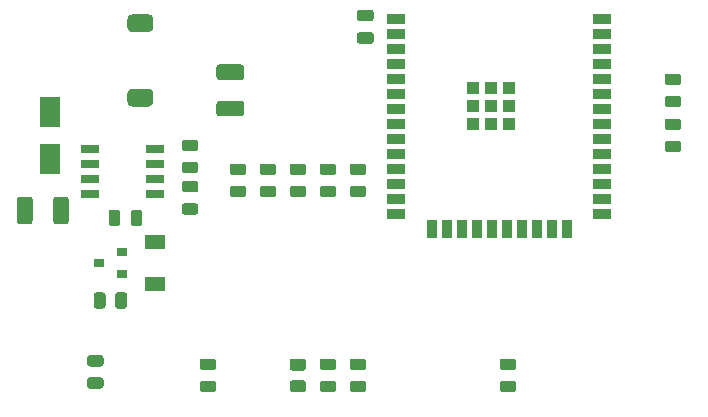
<source format=gbr>
%TF.GenerationSoftware,KiCad,Pcbnew,(5.1.9)-1*%
%TF.CreationDate,2021-11-10T21:17:52+01:00*%
%TF.ProjectId,ESP32_Tasmota_Fan,45535033-325f-4546-9173-6d6f74615f46,rev?*%
%TF.SameCoordinates,Original*%
%TF.FileFunction,Paste,Top*%
%TF.FilePolarity,Positive*%
%FSLAX46Y46*%
G04 Gerber Fmt 4.6, Leading zero omitted, Abs format (unit mm)*
G04 Created by KiCad (PCBNEW (5.1.9)-1) date 2021-11-10 21:17:52*
%MOMM*%
%LPD*%
G01*
G04 APERTURE LIST*
%ADD10R,1.050000X1.050000*%
%ADD11R,1.500000X0.900000*%
%ADD12R,0.900000X1.500000*%
%ADD13R,0.900000X0.800000*%
%ADD14R,1.700000X1.300000*%
%ADD15R,1.550000X0.700000*%
%ADD16R,1.800000X2.500000*%
G04 APERTURE END LIST*
%TO.C,L1*%
G36*
G01*
X104230000Y-108505000D02*
X102780000Y-108505000D01*
G75*
G02*
X102405000Y-108130000I0J375000D01*
G01*
X102405000Y-107380000D01*
G75*
G02*
X102780000Y-107005000I375000J0D01*
G01*
X104230000Y-107005000D01*
G75*
G02*
X104605000Y-107380000I0J-375000D01*
G01*
X104605000Y-108130000D01*
G75*
G02*
X104230000Y-108505000I-375000J0D01*
G01*
G37*
G36*
G01*
X104230000Y-114805000D02*
X102780000Y-114805000D01*
G75*
G02*
X102405000Y-114430000I0J375000D01*
G01*
X102405000Y-113680000D01*
G75*
G02*
X102780000Y-113305000I375000J0D01*
G01*
X104230000Y-113305000D01*
G75*
G02*
X104605000Y-113680000I0J-375000D01*
G01*
X104605000Y-114430000D01*
G75*
G02*
X104230000Y-114805000I-375000J0D01*
G01*
G37*
%TD*%
%TO.C,C5*%
G36*
G01*
X123030000Y-107600000D02*
X122080000Y-107600000D01*
G75*
G02*
X121830000Y-107350000I0J250000D01*
G01*
X121830000Y-106850000D01*
G75*
G02*
X122080000Y-106600000I250000J0D01*
G01*
X123030000Y-106600000D01*
G75*
G02*
X123280000Y-106850000I0J-250000D01*
G01*
X123280000Y-107350000D01*
G75*
G02*
X123030000Y-107600000I-250000J0D01*
G01*
G37*
G36*
G01*
X123030000Y-109500000D02*
X122080000Y-109500000D01*
G75*
G02*
X121830000Y-109250000I0J250000D01*
G01*
X121830000Y-108750000D01*
G75*
G02*
X122080000Y-108500000I250000J0D01*
G01*
X123030000Y-108500000D01*
G75*
G02*
X123280000Y-108750000I0J-250000D01*
G01*
X123280000Y-109250000D01*
G75*
G02*
X123030000Y-109500000I-250000J0D01*
G01*
G37*
%TD*%
%TO.C,C4*%
G36*
G01*
X110199999Y-114320000D02*
X112050001Y-114320000D01*
G75*
G02*
X112300000Y-114569999I0J-249999D01*
G01*
X112300000Y-115395001D01*
G75*
G02*
X112050001Y-115645000I-249999J0D01*
G01*
X110199999Y-115645000D01*
G75*
G02*
X109950000Y-115395001I0J249999D01*
G01*
X109950000Y-114569999D01*
G75*
G02*
X110199999Y-114320000I249999J0D01*
G01*
G37*
G36*
G01*
X110199999Y-111245000D02*
X112050001Y-111245000D01*
G75*
G02*
X112300000Y-111494999I0J-249999D01*
G01*
X112300000Y-112320001D01*
G75*
G02*
X112050001Y-112570000I-249999J0D01*
G01*
X110199999Y-112570000D01*
G75*
G02*
X109950000Y-112320001I0J249999D01*
G01*
X109950000Y-111494999D01*
G75*
G02*
X110199999Y-111245000I249999J0D01*
G01*
G37*
%TD*%
%TO.C,C2*%
G36*
G01*
X94375000Y-122679999D02*
X94375000Y-124530001D01*
G75*
G02*
X94125001Y-124780000I-249999J0D01*
G01*
X93299999Y-124780000D01*
G75*
G02*
X93050000Y-124530001I0J249999D01*
G01*
X93050000Y-122679999D01*
G75*
G02*
X93299999Y-122430000I249999J0D01*
G01*
X94125001Y-122430000D01*
G75*
G02*
X94375000Y-122679999I0J-249999D01*
G01*
G37*
G36*
G01*
X97450000Y-122679999D02*
X97450000Y-124530001D01*
G75*
G02*
X97200001Y-124780000I-249999J0D01*
G01*
X96374999Y-124780000D01*
G75*
G02*
X96125000Y-124530001I0J249999D01*
G01*
X96125000Y-122679999D01*
G75*
G02*
X96374999Y-122430000I249999J0D01*
G01*
X97200001Y-122430000D01*
G75*
G02*
X97450000Y-122679999I0J-249999D01*
G01*
G37*
%TD*%
D10*
%TO.C,U1*%
X131675000Y-113230000D03*
X133200000Y-113230000D03*
X134725000Y-113230000D03*
X134725000Y-116280000D03*
X133200000Y-116280000D03*
X131675000Y-116280000D03*
X131675000Y-114755000D03*
X134725000Y-114755000D03*
X133200000Y-114755000D03*
D11*
X142630000Y-107415000D03*
X142630000Y-108685000D03*
X142630000Y-109955000D03*
X142630000Y-111225000D03*
X142630000Y-112495000D03*
X142630000Y-113765000D03*
X142630000Y-115035000D03*
X142630000Y-116305000D03*
X142630000Y-117575000D03*
X142630000Y-118845000D03*
X142630000Y-120115000D03*
X142630000Y-121385000D03*
X142630000Y-122655000D03*
X142630000Y-123925000D03*
D12*
X139590000Y-125175000D03*
X138320000Y-125175000D03*
X137050000Y-125175000D03*
X135780000Y-125175000D03*
X134510000Y-125175000D03*
X133240000Y-125175000D03*
X131970000Y-125175000D03*
X130700000Y-125175000D03*
X129430000Y-125175000D03*
X128160000Y-125175000D03*
D11*
X125130000Y-107415000D03*
X125130000Y-108685000D03*
X125130000Y-109955000D03*
X125130000Y-111225000D03*
X125130000Y-112495000D03*
X125130000Y-113765000D03*
X125130000Y-115035000D03*
X125130000Y-116305000D03*
X125130000Y-117575000D03*
X125130000Y-118845000D03*
X125130000Y-120115000D03*
X125130000Y-121385000D03*
X125130000Y-122655000D03*
X125130000Y-123925000D03*
%TD*%
%TO.C,R5*%
G36*
G01*
X111303750Y-121515000D02*
X112216250Y-121515000D01*
G75*
G02*
X112460000Y-121758750I0J-243750D01*
G01*
X112460000Y-122246250D01*
G75*
G02*
X112216250Y-122490000I-243750J0D01*
G01*
X111303750Y-122490000D01*
G75*
G02*
X111060000Y-122246250I0J243750D01*
G01*
X111060000Y-121758750D01*
G75*
G02*
X111303750Y-121515000I243750J0D01*
G01*
G37*
G36*
G01*
X111303750Y-119640000D02*
X112216250Y-119640000D01*
G75*
G02*
X112460000Y-119883750I0J-243750D01*
G01*
X112460000Y-120371250D01*
G75*
G02*
X112216250Y-120615000I-243750J0D01*
G01*
X111303750Y-120615000D01*
G75*
G02*
X111060000Y-120371250I0J243750D01*
G01*
X111060000Y-119883750D01*
G75*
G02*
X111303750Y-119640000I243750J0D01*
G01*
G37*
%TD*%
%TO.C,R12*%
G36*
G01*
X100565000Y-130774999D02*
X100565000Y-131675001D01*
G75*
G02*
X100315001Y-131925000I-249999J0D01*
G01*
X99789999Y-131925000D01*
G75*
G02*
X99540000Y-131675001I0J249999D01*
G01*
X99540000Y-130774999D01*
G75*
G02*
X99789999Y-130525000I249999J0D01*
G01*
X100315001Y-130525000D01*
G75*
G02*
X100565000Y-130774999I0J-249999D01*
G01*
G37*
G36*
G01*
X102390000Y-130774999D02*
X102390000Y-131675001D01*
G75*
G02*
X102140001Y-131925000I-249999J0D01*
G01*
X101614999Y-131925000D01*
G75*
G02*
X101365000Y-131675001I0J249999D01*
G01*
X101365000Y-130774999D01*
G75*
G02*
X101614999Y-130525000I249999J0D01*
G01*
X102140001Y-130525000D01*
G75*
G02*
X102390000Y-130774999I0J-249999D01*
G01*
G37*
%TD*%
D13*
%TO.C,Q1*%
X99965000Y-128050000D03*
X101965000Y-127100000D03*
X101965000Y-129000000D03*
%TD*%
D14*
%TO.C,D3*%
X104775000Y-129800000D03*
X104775000Y-126300000D03*
%TD*%
%TO.C,D1*%
G36*
G01*
X118923750Y-138025000D02*
X119836250Y-138025000D01*
G75*
G02*
X120080000Y-138268750I0J-243750D01*
G01*
X120080000Y-138756250D01*
G75*
G02*
X119836250Y-139000000I-243750J0D01*
G01*
X118923750Y-139000000D01*
G75*
G02*
X118680000Y-138756250I0J243750D01*
G01*
X118680000Y-138268750D01*
G75*
G02*
X118923750Y-138025000I243750J0D01*
G01*
G37*
G36*
G01*
X118923750Y-136150000D02*
X119836250Y-136150000D01*
G75*
G02*
X120080000Y-136393750I0J-243750D01*
G01*
X120080000Y-136881250D01*
G75*
G02*
X119836250Y-137125000I-243750J0D01*
G01*
X118923750Y-137125000D01*
G75*
G02*
X118680000Y-136881250I0J243750D01*
G01*
X118680000Y-136393750D01*
G75*
G02*
X118923750Y-136150000I243750J0D01*
G01*
G37*
%TD*%
D15*
%TO.C,IC1*%
X99270000Y-122200000D03*
X99270000Y-120930000D03*
X99270000Y-119660000D03*
X99270000Y-118390000D03*
X104720000Y-118390000D03*
X104720000Y-119660000D03*
X104720000Y-120930000D03*
X104720000Y-122200000D03*
%TD*%
%TO.C,R21*%
G36*
G01*
X107253750Y-122982500D02*
X108166250Y-122982500D01*
G75*
G02*
X108410000Y-123226250I0J-243750D01*
G01*
X108410000Y-123713750D01*
G75*
G02*
X108166250Y-123957500I-243750J0D01*
G01*
X107253750Y-123957500D01*
G75*
G02*
X107010000Y-123713750I0J243750D01*
G01*
X107010000Y-123226250D01*
G75*
G02*
X107253750Y-122982500I243750J0D01*
G01*
G37*
G36*
G01*
X107253750Y-121107500D02*
X108166250Y-121107500D01*
G75*
G02*
X108410000Y-121351250I0J-243750D01*
G01*
X108410000Y-121838750D01*
G75*
G02*
X108166250Y-122082500I-243750J0D01*
G01*
X107253750Y-122082500D01*
G75*
G02*
X107010000Y-121838750I0J243750D01*
G01*
X107010000Y-121351250D01*
G75*
G02*
X107253750Y-121107500I243750J0D01*
G01*
G37*
%TD*%
%TO.C,R20*%
G36*
G01*
X107253750Y-119475000D02*
X108166250Y-119475000D01*
G75*
G02*
X108410000Y-119718750I0J-243750D01*
G01*
X108410000Y-120206250D01*
G75*
G02*
X108166250Y-120450000I-243750J0D01*
G01*
X107253750Y-120450000D01*
G75*
G02*
X107010000Y-120206250I0J243750D01*
G01*
X107010000Y-119718750D01*
G75*
G02*
X107253750Y-119475000I243750J0D01*
G01*
G37*
G36*
G01*
X107253750Y-117600000D02*
X108166250Y-117600000D01*
G75*
G02*
X108410000Y-117843750I0J-243750D01*
G01*
X108410000Y-118331250D01*
G75*
G02*
X108166250Y-118575000I-243750J0D01*
G01*
X107253750Y-118575000D01*
G75*
G02*
X107010000Y-118331250I0J243750D01*
G01*
X107010000Y-117843750D01*
G75*
G02*
X107253750Y-117600000I243750J0D01*
G01*
G37*
%TD*%
D16*
%TO.C,D2*%
X95885000Y-119255000D03*
X95885000Y-115255000D03*
%TD*%
%TO.C,C3*%
G36*
G01*
X101785000Y-123783750D02*
X101785000Y-124696250D01*
G75*
G02*
X101541250Y-124940000I-243750J0D01*
G01*
X101053750Y-124940000D01*
G75*
G02*
X100810000Y-124696250I0J243750D01*
G01*
X100810000Y-123783750D01*
G75*
G02*
X101053750Y-123540000I243750J0D01*
G01*
X101541250Y-123540000D01*
G75*
G02*
X101785000Y-123783750I0J-243750D01*
G01*
G37*
G36*
G01*
X103660000Y-123783750D02*
X103660000Y-124696250D01*
G75*
G02*
X103416250Y-124940000I-243750J0D01*
G01*
X102928750Y-124940000D01*
G75*
G02*
X102685000Y-124696250I0J243750D01*
G01*
X102685000Y-123783750D01*
G75*
G02*
X102928750Y-123540000I243750J0D01*
G01*
X103416250Y-123540000D01*
G75*
G02*
X103660000Y-123783750I0J-243750D01*
G01*
G37*
%TD*%
%TO.C,R11*%
G36*
G01*
X118923750Y-121515000D02*
X119836250Y-121515000D01*
G75*
G02*
X120080000Y-121758750I0J-243750D01*
G01*
X120080000Y-122246250D01*
G75*
G02*
X119836250Y-122490000I-243750J0D01*
G01*
X118923750Y-122490000D01*
G75*
G02*
X118680000Y-122246250I0J243750D01*
G01*
X118680000Y-121758750D01*
G75*
G02*
X118923750Y-121515000I243750J0D01*
G01*
G37*
G36*
G01*
X118923750Y-119640000D02*
X119836250Y-119640000D01*
G75*
G02*
X120080000Y-119883750I0J-243750D01*
G01*
X120080000Y-120371250D01*
G75*
G02*
X119836250Y-120615000I-243750J0D01*
G01*
X118923750Y-120615000D01*
G75*
G02*
X118680000Y-120371250I0J243750D01*
G01*
X118680000Y-119883750D01*
G75*
G02*
X118923750Y-119640000I243750J0D01*
G01*
G37*
%TD*%
%TO.C,R10*%
G36*
G01*
X134163750Y-138025000D02*
X135076250Y-138025000D01*
G75*
G02*
X135320000Y-138268750I0J-243750D01*
G01*
X135320000Y-138756250D01*
G75*
G02*
X135076250Y-139000000I-243750J0D01*
G01*
X134163750Y-139000000D01*
G75*
G02*
X133920000Y-138756250I0J243750D01*
G01*
X133920000Y-138268750D01*
G75*
G02*
X134163750Y-138025000I243750J0D01*
G01*
G37*
G36*
G01*
X134163750Y-136150000D02*
X135076250Y-136150000D01*
G75*
G02*
X135320000Y-136393750I0J-243750D01*
G01*
X135320000Y-136881250D01*
G75*
G02*
X135076250Y-137125000I-243750J0D01*
G01*
X134163750Y-137125000D01*
G75*
G02*
X133920000Y-136881250I0J243750D01*
G01*
X133920000Y-136393750D01*
G75*
G02*
X134163750Y-136150000I243750J0D01*
G01*
G37*
%TD*%
%TO.C,R9*%
G36*
G01*
X116383750Y-121515000D02*
X117296250Y-121515000D01*
G75*
G02*
X117540000Y-121758750I0J-243750D01*
G01*
X117540000Y-122246250D01*
G75*
G02*
X117296250Y-122490000I-243750J0D01*
G01*
X116383750Y-122490000D01*
G75*
G02*
X116140000Y-122246250I0J243750D01*
G01*
X116140000Y-121758750D01*
G75*
G02*
X116383750Y-121515000I243750J0D01*
G01*
G37*
G36*
G01*
X116383750Y-119640000D02*
X117296250Y-119640000D01*
G75*
G02*
X117540000Y-119883750I0J-243750D01*
G01*
X117540000Y-120371250D01*
G75*
G02*
X117296250Y-120615000I-243750J0D01*
G01*
X116383750Y-120615000D01*
G75*
G02*
X116140000Y-120371250I0J243750D01*
G01*
X116140000Y-119883750D01*
G75*
G02*
X116383750Y-119640000I243750J0D01*
G01*
G37*
%TD*%
%TO.C,R8*%
G36*
G01*
X121463750Y-138025000D02*
X122376250Y-138025000D01*
G75*
G02*
X122620000Y-138268750I0J-243750D01*
G01*
X122620000Y-138756250D01*
G75*
G02*
X122376250Y-139000000I-243750J0D01*
G01*
X121463750Y-139000000D01*
G75*
G02*
X121220000Y-138756250I0J243750D01*
G01*
X121220000Y-138268750D01*
G75*
G02*
X121463750Y-138025000I243750J0D01*
G01*
G37*
G36*
G01*
X121463750Y-136150000D02*
X122376250Y-136150000D01*
G75*
G02*
X122620000Y-136393750I0J-243750D01*
G01*
X122620000Y-136881250D01*
G75*
G02*
X122376250Y-137125000I-243750J0D01*
G01*
X121463750Y-137125000D01*
G75*
G02*
X121220000Y-136881250I0J243750D01*
G01*
X121220000Y-136393750D01*
G75*
G02*
X121463750Y-136150000I243750J0D01*
G01*
G37*
%TD*%
%TO.C,R7*%
G36*
G01*
X148133750Y-113895000D02*
X149046250Y-113895000D01*
G75*
G02*
X149290000Y-114138750I0J-243750D01*
G01*
X149290000Y-114626250D01*
G75*
G02*
X149046250Y-114870000I-243750J0D01*
G01*
X148133750Y-114870000D01*
G75*
G02*
X147890000Y-114626250I0J243750D01*
G01*
X147890000Y-114138750D01*
G75*
G02*
X148133750Y-113895000I243750J0D01*
G01*
G37*
G36*
G01*
X148133750Y-112020000D02*
X149046250Y-112020000D01*
G75*
G02*
X149290000Y-112263750I0J-243750D01*
G01*
X149290000Y-112751250D01*
G75*
G02*
X149046250Y-112995000I-243750J0D01*
G01*
X148133750Y-112995000D01*
G75*
G02*
X147890000Y-112751250I0J243750D01*
G01*
X147890000Y-112263750D01*
G75*
G02*
X148133750Y-112020000I243750J0D01*
G01*
G37*
%TD*%
%TO.C,R6*%
G36*
G01*
X113843750Y-121515000D02*
X114756250Y-121515000D01*
G75*
G02*
X115000000Y-121758750I0J-243750D01*
G01*
X115000000Y-122246250D01*
G75*
G02*
X114756250Y-122490000I-243750J0D01*
G01*
X113843750Y-122490000D01*
G75*
G02*
X113600000Y-122246250I0J243750D01*
G01*
X113600000Y-121758750D01*
G75*
G02*
X113843750Y-121515000I243750J0D01*
G01*
G37*
G36*
G01*
X113843750Y-119640000D02*
X114756250Y-119640000D01*
G75*
G02*
X115000000Y-119883750I0J-243750D01*
G01*
X115000000Y-120371250D01*
G75*
G02*
X114756250Y-120615000I-243750J0D01*
G01*
X113843750Y-120615000D01*
G75*
G02*
X113600000Y-120371250I0J243750D01*
G01*
X113600000Y-119883750D01*
G75*
G02*
X113843750Y-119640000I243750J0D01*
G01*
G37*
%TD*%
%TO.C,R4*%
G36*
G01*
X99238750Y-137722500D02*
X100151250Y-137722500D01*
G75*
G02*
X100395000Y-137966250I0J-243750D01*
G01*
X100395000Y-138453750D01*
G75*
G02*
X100151250Y-138697500I-243750J0D01*
G01*
X99238750Y-138697500D01*
G75*
G02*
X98995000Y-138453750I0J243750D01*
G01*
X98995000Y-137966250D01*
G75*
G02*
X99238750Y-137722500I243750J0D01*
G01*
G37*
G36*
G01*
X99238750Y-135847500D02*
X100151250Y-135847500D01*
G75*
G02*
X100395000Y-136091250I0J-243750D01*
G01*
X100395000Y-136578750D01*
G75*
G02*
X100151250Y-136822500I-243750J0D01*
G01*
X99238750Y-136822500D01*
G75*
G02*
X98995000Y-136578750I0J243750D01*
G01*
X98995000Y-136091250D01*
G75*
G02*
X99238750Y-135847500I243750J0D01*
G01*
G37*
%TD*%
%TO.C,R3*%
G36*
G01*
X108763750Y-138025000D02*
X109676250Y-138025000D01*
G75*
G02*
X109920000Y-138268750I0J-243750D01*
G01*
X109920000Y-138756250D01*
G75*
G02*
X109676250Y-139000000I-243750J0D01*
G01*
X108763750Y-139000000D01*
G75*
G02*
X108520000Y-138756250I0J243750D01*
G01*
X108520000Y-138268750D01*
G75*
G02*
X108763750Y-138025000I243750J0D01*
G01*
G37*
G36*
G01*
X108763750Y-136150000D02*
X109676250Y-136150000D01*
G75*
G02*
X109920000Y-136393750I0J-243750D01*
G01*
X109920000Y-136881250D01*
G75*
G02*
X109676250Y-137125000I-243750J0D01*
G01*
X108763750Y-137125000D01*
G75*
G02*
X108520000Y-136881250I0J243750D01*
G01*
X108520000Y-136393750D01*
G75*
G02*
X108763750Y-136150000I243750J0D01*
G01*
G37*
%TD*%
%TO.C,R1*%
G36*
G01*
X121463750Y-121515000D02*
X122376250Y-121515000D01*
G75*
G02*
X122620000Y-121758750I0J-243750D01*
G01*
X122620000Y-122246250D01*
G75*
G02*
X122376250Y-122490000I-243750J0D01*
G01*
X121463750Y-122490000D01*
G75*
G02*
X121220000Y-122246250I0J243750D01*
G01*
X121220000Y-121758750D01*
G75*
G02*
X121463750Y-121515000I243750J0D01*
G01*
G37*
G36*
G01*
X121463750Y-119640000D02*
X122376250Y-119640000D01*
G75*
G02*
X122620000Y-119883750I0J-243750D01*
G01*
X122620000Y-120371250D01*
G75*
G02*
X122376250Y-120615000I-243750J0D01*
G01*
X121463750Y-120615000D01*
G75*
G02*
X121220000Y-120371250I0J243750D01*
G01*
X121220000Y-119883750D01*
G75*
G02*
X121463750Y-119640000I243750J0D01*
G01*
G37*
%TD*%
%TO.C,C1*%
G36*
G01*
X148133750Y-117705000D02*
X149046250Y-117705000D01*
G75*
G02*
X149290000Y-117948750I0J-243750D01*
G01*
X149290000Y-118436250D01*
G75*
G02*
X149046250Y-118680000I-243750J0D01*
G01*
X148133750Y-118680000D01*
G75*
G02*
X147890000Y-118436250I0J243750D01*
G01*
X147890000Y-117948750D01*
G75*
G02*
X148133750Y-117705000I243750J0D01*
G01*
G37*
G36*
G01*
X148133750Y-115830000D02*
X149046250Y-115830000D01*
G75*
G02*
X149290000Y-116073750I0J-243750D01*
G01*
X149290000Y-116561250D01*
G75*
G02*
X149046250Y-116805000I-243750J0D01*
G01*
X148133750Y-116805000D01*
G75*
G02*
X147890000Y-116561250I0J243750D01*
G01*
X147890000Y-116073750D01*
G75*
G02*
X148133750Y-115830000I243750J0D01*
G01*
G37*
%TD*%
%TO.C,R2*%
G36*
G01*
X116389998Y-137975000D02*
X117290002Y-137975000D01*
G75*
G02*
X117540000Y-138224998I0J-249998D01*
G01*
X117540000Y-138750002D01*
G75*
G02*
X117290002Y-139000000I-249998J0D01*
G01*
X116389998Y-139000000D01*
G75*
G02*
X116140000Y-138750002I0J249998D01*
G01*
X116140000Y-138224998D01*
G75*
G02*
X116389998Y-137975000I249998J0D01*
G01*
G37*
G36*
G01*
X116389998Y-136150000D02*
X117290002Y-136150000D01*
G75*
G02*
X117540000Y-136399998I0J-249998D01*
G01*
X117540000Y-136925002D01*
G75*
G02*
X117290002Y-137175000I-249998J0D01*
G01*
X116389998Y-137175000D01*
G75*
G02*
X116140000Y-136925002I0J249998D01*
G01*
X116140000Y-136399998D01*
G75*
G02*
X116389998Y-136150000I249998J0D01*
G01*
G37*
%TD*%
M02*

</source>
